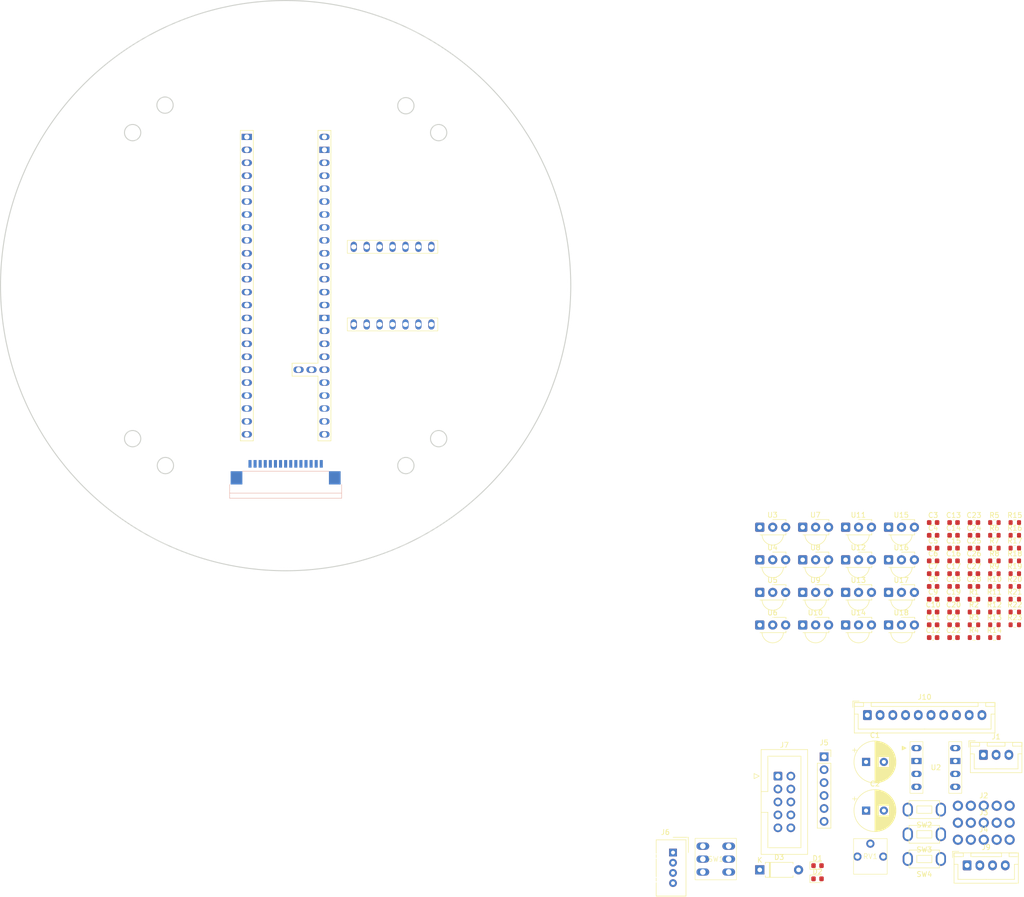
<source format=kicad_pcb>
(kicad_pcb (version 20240108) (generator "pcbnew") (generator_version "8.0")
  (layers (0 "F.Cu" signal) (31 "B.Cu" signal) (34 "B.Paste" user) (35 "F.Paste" user) (36 "B.SilkS" user "B.Silkscreen") (37 "F.SilkS" user "F.Silkscreen") (38 "B.Mask" user) (39 "F.Mask" user) (44 "Edge.Cuts" user))
  (net 0 "")
  (net 1 "GND")
  (net 2 "+5V")
  (net 3 "+3.3V")
  (net 4 "ball01")
  (net 5 "ball02")
  (net 6 "ball03")
  (net 7 "ball04")
  (net 8 "ball05")
  (net 9 "ball06")
  (net 10 "ball07")
  (net 11 "ball08")
  (net 12 "ball09")
  (net 13 "ball10")
  (net 14 "ball11")
  (net 15 "ball12")
  (net 16 "ball13")
  (net 17 "ball14")
  (net 18 "ball15")
  (net 19 "ball16")
  (net 20 "Net-(D1-A)")
  (net 21 "Net-(D2-A)")
  (net 22 "Net-(D3-K)")
  (net 23 "5.0V")
  (net 24 "3.3V")
  (net 25 "NeoPixel_PWM")
  (net 26 "Cam_G0")
  (net 27 "Cam-RX")
  (net 28 "Cam-TX")
  (net 29 "Cam_EN")
  (net 31 "MISO")
  (net 32 "MOSI")
  (net 35 "SS")
  (net 36 "SCK")
  (net 38 "EN-3")
  (net 39 "PH-1")
  (net 40 "EN-2")
  (net 41 "KickerSignal")
  (net 42 "Line-TX")
  (net 43 "EN-4")
  (net 44 "PH-3")
  (net 45 "ball01k")
  (net 46 "PH-2")
  (net 47 "PH-4")
  (net 48 "ball02k")
  (net 49 "Line-RX")
  (net 50 "EN-1")
  (net 51 "PH-D")
  (net 52 "EN-D")
  (net 53 "SW-TAC-4")
  (net 54 "SW-TAC-3")
  (net 55 "SW-TOG")
  (net 56 "SDA")
  (net 57 "SCL")
  (net 58 "BUZZER")
  (net 59 "SW-TAC-1")
  (net 60 "SW-TAC-2")
  (net 61 "Net-(R3-Pad1)")
  (net 62 "Volume")
  (net 63 "Net-(U3-OUT)")
  (net 64 "Net-(U4-OUT)")
  (net 65 "Net-(U5-OUT)")
  (net 66 "Net-(U6-OUT)")
  (net 67 "Net-(U7-OUT)")
  (net 68 "Net-(U8-OUT)")
  (net 69 "Net-(U9-OUT)")
  (net 70 "Net-(U10-OUT)")
  (net 71 "Net-(U11-OUT)")
  (net 72 "Net-(U12-OUT)")
  (net 73 "Net-(U13-OUT)")
  (net 74 "Net-(U14-OUT)")
  (net 75 "Net-(U15-OUT)")
  (net 76 "Net-(U16-OUT)")
  (net 77 "Net-(U17-OUT)")
  (net 78 "Net-(U18-OUT)")
  (net 79 "Main_RST")
  (net 80 "Main-RX7")
  (net 81 "Main-TX7")
  (footprint "Capacitor_SMD:C_0603_1608Metric" (layer "F.Cu") (at 127.1725 49.04)
    (property "Reference" "C4" (at 0 -1.43 0) (layer "F.SilkS"))
    (property "Value" "0.1uF")
    (pad "1" smd roundrect (at -0.775 0) (size 0.9 0.95) (layers "F.Cu" "F.Paste" "F.Mask") (net 3 "+3.3V"))
    (pad "2" smd roundrect (at 0.775 0) (size 0.9 0.95) (layers "F.Cu" "F.Paste" "F.Mask") (net 1 "GND"))
  )
  (footprint "Connector_JST:JST_XH_B4B-XH-A_1x04_P2.50mm_Vertical" (layer "F.Cu") (at 133.8425 113.86)
    (property "Reference" "J9" (at 3.75 -3.55 0) (layer "F.SilkS"))
    (property "Value" "Conn_Dribbler")
    (pad "1" thru_hole roundrect (at 0 0) (size 1.7 1.95) (drill 0.95) (layers "*.Cu" "*.Mask") (roundrect_rratio 0.147059) (net 51 "PH-D"))
    (pad "2" thru_hole oval (at 2.5 0) (size 1.7 1.95) (drill 0.95) (layers "*.Cu" "*.Mask") (net 52 "EN-D"))
    (pad "3" thru_hole oval (at 5 0) (size 1.7 1.95) (drill 0.95) (layers "*.Cu" "*.Mask") (net 3 "+3.3V"))
    (pad "4" thru_hole oval (at 7.5 0) (size 1.7 1.95) (drill 0.95) (layers "*.Cu" "*.Mask") (net 1 "GND"))
  )
  (footprint "@2024TOINIOT2-Main:TSSP4038" (layer "F.Cu") (at 95.6625 47.45)
    (property "Reference" "U3" (at -0.04 -2.4 180) (layer "F.SilkS"))
    (property "Value" "TSSP4038")
    (pad "1" thru_hole roundrect (at -2.54 0) (size 1.8 1.8) (drill 0.9) (layers "*.Cu" "*.Mask") (roundrect_rratio 0.139) (net 63 "Net-(U3-OUT)"))
    (pad "2" thru_hole circle (at 0 0) (size 1.8 1.8) (drill 0.9) (layers "*.Cu" "*.Mask") (net 1 "GND"))
    (pad "3" thru_hole circle (at 2.54 0) (size 1.8 1.8) (drill 0.9) (layers "*.Cu" "*.Mask") (net 3 "+3.3V"))
  )
  (footprint "@2024TOINIOT2-Main:TSSP4038" (layer "F.Cu") (at 112.5225 47.45)
    (property "Reference" "U11" (at -0.04 -2.4 180) (layer "F.SilkS"))
    (property "Value" "TSSP4038")
    (pad "1" thru_hole roundrect (at -2.54 0) (size 1.8 1.8) (drill 0.9) (layers "*.Cu" "*.Mask") (roundrect_rratio 0.139) (net 71 "Net-(U11-OUT)"))
    (pad "2" thru_hole circle (at 0 0) (size 1.8 1.8) (drill 0.9) (layers "*.Cu" "*.Mask") (net 1 "GND"))
    (pad "3" thru_hole circle (at 2.54 0) (size 1.8 1.8) (drill 0.9) (layers "*.Cu" "*.Mask") (net 3 "+3.3V"))
  )
  (footprint "Capacitor_SMD:C_0603_1608Metric" (layer "F.Cu") (at 127.1725 56.57)
    (property "Reference" "C7" (at 0 -1.43 0) (layer "F.SilkS"))
    (property "Value" "0.1uF")
    (pad "1" smd roundrect (at -0.775 0) (size 0.9 0.95) (layers "F.Cu" "F.Paste" "F.Mask") (net 2 "+5V"))
    (pad "2" smd roundrect (at 0.775 0) (size 0.9 0.95) (layers "F.Cu" "F.Paste" "F.Mask") (net 1 "GND"))
  )
  (footprint "Connector_PinSocket_2.54mm:PinSocket_1x06_P2.54mm_Vertical" (layer "F.Cu") (at 105.7525 92.53)
    (property "Reference" "J5" (at 0 -2.77 0) (layer "F.SilkS"))
    (property "Value" "CamS3-6")
    (pad "1" thru_hole rect (at 0 0) (size 1.7 1.7) (drill 1) (layers "*.Cu" "*.Mask") (net 2 "+5V"))
    (pad "2" thru_hole oval (at 0 2.54) (size 1.7 1.7) (drill 1) (layers "*.Cu" "*.Mask") (net 28 "Cam-TX"))
    (pad "3" thru_hole oval (at 0 5.08) (size 1.7 1.7) (drill 1) (layers "*.Cu" "*.Mask") (net 27 "Cam-RX"))
    (pad "4" thru_hole oval (at 0 7.62) (size 1.7 1.7) (drill 1) (layers "*.Cu" "*.Mask") (net 29 "Cam_EN"))
    (pad "5" thru_hole oval (at 0 10.16) (size 1.7 1.7) (drill 1) (layers "*.Cu" "*.Mask") (net 26 "Cam_G0"))
    (pad "6" thru_hole oval (at 0 12.7) (size 1.7 1.7) (drill 1) (layers "*.Cu" "*.Mask") (net 1 "GND"))
  )
  (footprint "@2024TOINIOT2-Main:TSSP4038" (layer "F.Cu") (at 112.5225 60.25)
    (property "Reference" "U13" (at -0.04 -2.4 180) (layer "F.SilkS"))
    (property "Value" "TSSP4038")
    (pad "1" thru_hole roundrect (at -2.54 0) (size 1.8 1.8) (drill 0.9) (layers "*.Cu" "*.Mask") (roundrect_rratio 0.139) (net 73 "Net-(U13-OUT)"))
    (pad "2" thru_hole circle (at 0 0) (size 1.8 1.8) (drill 0.9) (layers "*.Cu" "*.Mask") (net 1 "GND"))
    (pad "3" thru_hole circle (at 2.54 0) (size 1.8 1.8) (drill 0.9) (layers "*.Cu" "*.Mask") (net 3 "+3.3V"))
  )
  (footprint "Resistor_SMD:R_0603_1608Metric" (layer "F.Cu") (at 139.2025 49.04)
    (property "Reference" "R6" (at 0 -1.43 0) (layer "F.SilkS"))
    (property "Value" "39K")
    (pad "1" smd roundrect (at -0.825 0) (size 0.8 0.95) (layers "F.Cu" "F.Paste" "F.Mask") (net 63 "Net-(U3-OUT)"))
    (pad "2" smd roundrect (at 0.825 0) (size 0.8 0.95) (layers "F.Cu" "F.Paste" "F.Mask") (net 4 "ball01"))
  )
  (footprint "@2024TOINIOT2-Main:Connector" (layer "F.Cu") (at 137.1155 102.153)
    (property "Reference" "J2" (at 0 -2 0) (layer "F.SilkS"))
    (property "Value" "Conn_NeoPixel" (hide yes))
    (pad "1" thru_hole circle (at -5.08 0) (size 2 2) (drill 1.2) (layers "*.Cu" "*.Mask") (net 2 "+5V"))
    (pad "2" thru_hole circle (at -2.54 0) (size 2 2) (drill 1.2) (layers "*.Cu" "*.Mask") (net 2 "+5V"))
    (pad "3" thru_hole circle (at 0 0) (size 2 2) (drill 1.2) (layers "*.Cu" "*.Mask") (net 25 "NeoPixel_PWM"))
    (pad "4" thru_hole circle (at 2.54 0) (size 2 2) (drill 1.2) (layers "*.Cu" "*.Mask") (net 1 "GND"))
    (pad "5" thru_hole circle (at 5.08 0) (size 2 2) (drill 1.2) (layers "*.Cu" "*.Mask") (net 1 "GND"))
  )
  (footprint "Resistor_SMD:R_0603_1608Metric" (layer "F.Cu") (at 143.2125 51.55)
    (property "Reference" "R17" (at 0 -1.43 0) (layer "F.SilkS"))
    (property "Value" "39K")
    (pad "1" smd roundrect (at -0.825 0) (size 0.8 0.95) (layers "F.Cu" "F.Paste" "F.Mask") (net 72 "Net-(U12-OUT)"))
    (pad "2" smd roundrect (at 0.825 0) (size 0.8 0.95) (layers "F.Cu" "F.Paste" "F.Mask") (net 13 "ball10"))
  )
  (footprint "Capacitor_SMD:C_0603_1608Metric" (layer "F.Cu") (at 135.1925 49.04)
    (property "Reference" "C24" (at 0 -1.43 0) (layer "F.SilkS"))
    (property "Value" "0.33uF")
    (pad "1" smd roundrect (at -0.775 0) (size 0.9 0.95) (layers "F.Cu" "F.Paste" "F.Mask") (net 15 "ball12"))
    (pad "2" smd roundrect (at 0.775 0) (size 0.9 0.95) (layers "F.Cu" "F.Paste" "F.Mask") (net 1 "GND"))
  )
  (footprint "@2024TOINIOT2-Main:TSSP4038" (layer "F.Cu") (at 104.0925 60.25)
    (property "Reference" "U9" (at -0.04 -2.4 180) (layer "F.SilkS"))
    (property "Value" "TSSP4038")
    (pad "1" thru_hole roundrect (at -2.54 0) (size 1.8 1.8) (drill 0.9) (layers "*.Cu" "*.Mask") (roundrect_rratio 0.139) (net 69 "Net-(U9-OUT)"))
    (pad "2" thru_hole circle (at 0 0) (size 1.8 1.8) (drill 0.9) (layers "*.Cu" "*.Mask") (net 1 "GND"))
    (pad "3" thru_hole circle (at 2.54 0) (size 1.8 1.8) (drill 0.9) (layers "*.Cu" "*.Mask") (net 3 "+3.3V"))
  )
  (footprint "Resistor_SMD:R_0603_1608Metric" (layer "F.Cu") (at 139.2025 69.12)
    (property "Reference" "R14" (at 0 -1.43 0) (layer "F.SilkS"))
    (property "Value" "10K")
    (pad "1" smd roundrect (at -0.825 0) (size 0.8 0.95) (layers "F.Cu" "F.Paste" "F.Mask") (net 3 "+3.3V"))
    (pad "2" smd roundrect (at 0.825 0) (size 0.8 0.95) (layers "F.Cu" "F.Paste" "F.Mask") (net 29 "Cam_EN"))
  )
  (footprint "Capacitor_THT:CP_Radial_D8.0mm_P3.50mm" (layer "F.Cu") (at 113.997198 103.1)
    (property "Reference" "C2" (at 1.75 -5.25 0) (layer "F.SilkS"))
    (property "Value" "470uF")
    (pad "1" thru_hole rect (at 0 0) (size 1.6 1.6) (drill 0.8) (layers "*.Cu" "*.Mask") (net 3 "+3.3V"))
    (pad "2" thru_hole circle (at 3.5 0) (size 1.6 1.6) (drill 0.8) (layers "*.Cu" "*.Mask") (net 1 "GND"))
  )
  (footprint "Capacitor_SMD:C_0603_1608Metric" (layer "F.Cu") (at 127.1725 54.06)
    (property "Reference" "C6" (at 0 -1.43 0) (layer "F.SilkS"))
    (property "Value" "0.1uF")
    (pad "1" smd roundrect (at -0.775 0) (size 0.9 0.95) (layers "F.Cu" "F.Paste" "F.Mask") (net 3 "+3.3V"))
    (pad "2" smd roundrect (at 0.775 0) (size 0.9 0.95) (layers "F.Cu" "F.Paste" "F.Mask") (net 1 "GND"))
  )
  (footprint "Diode_THT:D_A-405_P7.62mm_Horizontal" (layer "F.Cu") (at 93.1225 114.74)
    (property "Reference" "D3" (at 3.81 -2.47 0) (layer "F.SilkS"))
    (property "Value" "D_Small")
    (fp_text user "K" (at 0 -1.9 0) (layer "F.SilkS"))
    (pad "1" thru_hole rect (at 0 0) (size 1.8 1.8) (drill 0.9) (layers "*.Cu" "*.Mask") (net 22 "Net-(D3-K)"))
    (pad "2" thru_hole oval (at 7.62 0) (size 1.8 1.8) (drill 0.9) (layers "*.Cu" "*.Mask") (net 2 "+5V"))
  )
  (footprint "Capacitor_SMD:C_0603_1608Metric" (layer "F.Cu") (at 127.1725 51.55)
    (property "Reference" "C5" (at 0 -1.43 0) (layer "F.SilkS"))
    (property "Value" "0.1uF")
    (pad "1" smd roundrect (at -0.775 0) (size 0.9 0.95) (layers "F.Cu" "F.Paste" "F.Mask") (net 2 "+5V"))
    (pad "2" smd roundrect (at 0.775 0) (size 0.9 0.95) (layers "F.Cu" "F.Paste" "F.Mask") (net 1 "GND"))
  )
  (footprint "Capacitor_SMD:C_0603_1608Metric" (layer "F.Cu") (at 135.1925 46.53)
    (property "Reference" "C23" (at 0 -1.43 0) (layer "F.SilkS"))
    (property "Value" "0.33uF")
    (pad "1" smd roundrect (at -0.775 0) (size 0.9 0.95) (layers "F.Cu" "F.Paste" "F.Mask") (net 14 "ball11"))
    (pad "2" smd roundrect (at 0.775 0) (size 0.9 0.95) (layers "F.Cu" "F.Paste" "F.Mask") (net 1 "GND"))
  )
  (footprint "Capacitor_SMD:C_0603_1608Metric" (layer "F.Cu") (at 127.1725 46.53)
    (property "Reference" "C3" (at 0 -1.43 0) (layer "F.SilkS"))
    (property "Value" "0.1uF")
    (pad "1" smd roundrect (at -0.775 0) (size 0.9 0.95) (layers "F.Cu" "F.Paste" "F.Mask") (net 2 "+5V"))
    (pad "2" smd roundrect (at 0.775 0) (size 0.9 0.95) (layers "F.Cu" "F.Paste" "F.Mask") (net 1 "GND"))
  )
  (footprint "Resistor_SMD:R_0603_1608Metric" (layer "F.Cu") (at 135.1925 61.59)
    (property "Reference" "R1" (at 0 -1.43 0) (layer "F.SilkS"))
    (property "Value" "1K")
    (pad "1" smd roundrect (at -0.825 0) (size 0.8 0.95) (layers "F.Cu" "F.Paste" "F.Mask") (net 3 "+3.3V"))
    (pad "2" smd roundrect (at 0.825 0) (size 0.8 0.95) (layers "F.Cu" "F.Paste" "F.Mask") (net 56 "SDA"))
  )
  (footprint "Capacitor_SMD:C_0603_1608Metric" (layer "F.Cu") (at 131.1825 69.12)
    (property "Reference" "C22" (at 0 -1.43 0) (layer "F.SilkS"))
    (property "Value" "0.33uF")
    (pad "1" smd roundrect (at -0.775 0) (size 0.9 0.95) (layers "F.Cu" "F.Paste" "F.Mask") (net 13 "ball10"))
    (pad "2" smd roundrect (at 0.775 0) (size 0.9 0.95) (layers "F.Cu" "F.Paste" "F.Mask") (net 1 "GND"))
  )
  (footprint "Resistor_SMD:R_0603_1608Metric" (layer "F.Cu") (at 143.2125 66.61)
    (property "Reference" "R23" (at 0 -1.43 0) (layer "F.SilkS"))
    (property "Value" "39K")
    (pad "1" smd roundrect (at -0.825 0) (size 0.8 0.95) (layers "F.Cu" "F.Paste" "F.Mask") (net 78 "Net-(U18-OUT)"))
    (pad "2" smd roundrect (at 0.825 0) (size 0.8 0.95) (layers "F.Cu" "F.Paste" "F.Mask") (net 19 "ball16"))
  )
  (footprint "Resistor_SMD:R_0603_1608Metric" (layer "F.Cu") (at 139.2025 51.55)
    (property "Reference" "R7" (at 0 -1.43 0) (layer "F.SilkS"))
    (property "Value" "39K")
    (pad "1" smd roundrect (at -0.825 0) (size 0.8 0.95) (layers "F.Cu" "F.Paste" "F.Mask") (net 64 "Net-(U4-OUT)"))
    (pad "2" smd roundrect (at 0.825 0) (size 0.8 0.95) (layers "F.Cu" "F.Paste" "F.Mask") (net 5 "ball02"))
  )
  (footprint "Capacitor_SMD:C_0603_1608Metric" (layer "F.Cu") (at 127.1725 61.59)
    (property "Reference" "C9" (at 0 -1.43 0) (layer "F.SilkS"))
    (property "Value" "0.1uF")
    (pad "1" smd roundrect (at -0.775 0) (size 0.9 0.95) (layers "F.Cu" "F.Paste" "F.Mask") (net 2 "+5V"))
    (pad "2" smd roundrect (at 0.775 0) (size 0.9 0.95) (layers "F.Cu" "F.Paste" "F.Mask") (net 1 "GND"))
  )
  (footprint "Resistor_SMD:R_0603_1608Metric" (layer "F.Cu") (at 143.2125 59.08)
    (property "Reference" "R20" (at 0 -1.43 0) (layer "F.SilkS"))
    (property "Value" "39K")
    (pad "1" smd roundrect (at -0.825 0) (size 0.8 0.95) (layers "F.Cu" "F.Paste" "F.Mask") (net 75 "Net-(U15-OUT)"))
    (pad "2" smd roundrect (at 0.825 0) (size 0.8 0.95) (layers "F.Cu" "F.Paste" "F.Mask") (net 16 "ball13"))
  )
  (footprint "@2024TOINIOT2-Main:Connector" (layer "F.Cu") (at 137.1155 108.825)
    (property "Reference" "J4" (at 0 -2 0) (layer "F.SilkS"))
    (property "Value" "Conn_NeoPixel" (hide yes))
    (pad "1" thru_hole circle (at -5.08 0) (size 2 2) (drill 1.2) (layers "*.Cu" "*.Mask") (net 2 "+5V"))
    (pad "2" thru_hole circle (at -2.54 0) (size 2 2) (drill 1.2) (layers "*.Cu" "*.Mask") (net 2 "+5V"))
    (pad "3" thru_hole circle (at 0 0) (size 2 2) (drill 1.2) (layers "*.Cu" "*.Mask") (net 1 "GND"))
    (pad "4" thru_hole circle (at 2.54 0) (size 2 2) (drill 1.2) (layers "*.Cu" "*.Mask") (net 1 "GND"))
    (pad "5" thru_hole circle (at 5.08 0) (size 2 2) (drill 1.2) (layers "*.Cu" "*.Mask") (net 1 "GND"))
  )
  (footprint "Connector_IDC:IDC-Header_2x05_P2.54mm_Vertical" (layer "F.Cu") (at 96.6875 96.33)
    (property "Reference" "J7" (at 1.27 -6.1 0) (layer "F.SilkS"))
    (property "Value" "Pixy 2.1")
    (pad "1" thru_hole roundrect (at 0 0) (size 1.7 1.7) (drill 1) (layers "*.Cu" "*.Mask") (roundrect_rratio 0.147059) (net 31 "MISO"))
    (pad "2" thru_hole circle (at 2.54 0) (size 1.7 1.7) (drill 1) (layers "*.Cu" "*.Mask") (net 2 "+5V"))
    (pad "3" thru_hole circle (at 0 2.54) (size 1.7 1.7) (drill 1) (layers "*.Cu" "*.Mask") (net 36 "SCK"))
    (pad "4" thru_hole circle (at 2.54 2.54) (size 1.7 1.7) (drill 1) (layers "*.Cu" "*.Mask") (net 32 "MOSI"))
    (pad "5" thru_hole circle (at 0 5.08) (size 1.7 1.7) (drill 1) (layers "*.Cu" "*.Mask"))
    (pad "6" thru_hole circle (at 2.54 5.08) (size 1.7 1.7) (drill 1) (layers "*.Cu" "*.Mask") (net 1 "GND"))
    (pad "7" thru_hole circle (at 0 7.62) (size 1.7 1.7) (drill 1) (layers "*.Cu" "*.Mask") (net 35 "SS"))
    (pad "8" thru_hole circle (at 2.54 7.62) (size 1.7 1.7) (drill 1) (layers "*.Cu" "*.Mask"))
    (pad "9" thru_hole circle (at 0 10.16) (size 1.7 1.7) (drill 1) (layers "*.Cu" "*.Mask"))
    (pad "10" thru_hole circle (at 2.54 10.16) (size 1.7 1.7) (drill 1) (layers "*.Cu" "*.Mask"))
  )
  (footprint "@2024TOINIOT2-Main:TSSP4038" (layer "F.Cu") (at 112.5225 66.65)
    (property "Reference" "U14" (at -0.04 -2.4 180) (layer "F.SilkS"))
    (property "Value" "TSSP4038")
    (pad "1" thru_hole roundrect (at -2.54 0) (size 1.8 1.8) (drill 0.9) (layers "*.Cu" "*.Mask") (roundrect_rratio 0.139) (net 74 "Net-(U14-OUT)"))
    (pad "2" thru_hole circle (at 0 0) (size 1.8 1.8) (drill 0.9) (layers "*.Cu" "*.Mask") (net 1 "GND"))
    (pad "3" thru_hole circle (at 2.54 0) (size 1.8 1.8) (drill 0.9) (layers "*.Cu" "*.Mask") (net 3 "+3.3V"))
  )
  (footprint "Connector_JST:JST_XH_B10B-XH-A_1x10_P2.50mm_Vertical" (layer "F.Cu") (at 114.2525 84.35)
    (property "Reference" "J10" (at 11.25 -3.55 0) (layer "F.SilkS"))
    (property "Value" "Conn_UI")
    (pad "1" thru_hole roundrect (at 0 0) (size 1.7 1.95) (drill 0.95) (layers "*.Cu" "*.Mask") (roundrect_rratio 0.147059) (net 3 "+3.3V"))
    (pad "2" thru_hole oval (at 2.5 0) (size 1.7 1.95) (drill 0.95) (layers "*.Cu" "*.Mask") (net 1 "GND"))
    (pad "3" thru_hole oval (at 5 0) (size 1.7 1.95) (drill 0.95) (layers "*.Cu" "*.Mask") (net 55 "SW-TOG"))
    (pad "4" thru_hole oval (at 7.5 0) (size 1.7 1.95) (drill 0.95) (layers "*.Cu" "*.Mask") (net 59 "SW-TAC-1"))
    (pad "5" thru_hole oval (at 10 0) (size 1.7 1.95) (drill 0.95) (layers "*.Cu" "*.Mask") (net 60 "SW-TAC-2"))
    (pad "6" thru_hole oval (at 12.5 0) (size 1.7 1.95) (drill 0.95) (layers "*.Cu" "*.Mask") (net 54 "SW-TAC-3"))
    (pad "7" thru_hole oval (at 15 0) (size 1.7 1.95) (drill 0.95) (layers "*.Cu" "*.Mask") (net 53 "SW-TAC-4"))
    (pad "8" thru_hole oval (at 17.5 0) (size 1.7 1.95) (drill 0.95) (layers "*.Cu" "*.Mask") (net 56 "SDA"))
    (pad "9" thru_hole oval (at 20 0) (size 1.7 1.95) (drill 0.95) (layers "*.Cu" "*.Mask") (net 57 "SCL"))
    (pad "10" thru_hole oval (at 22.5 0) (size 1.7 1.95) (drill 0.95) (layers "*.Cu" "*.Mask") (net 58 "BUZZER"))
  )
  (footprint "Capacitor_SMD:C_0603_1608Metric" (layer "F.Cu") (at 131.1825 61.59)
    (property "Reference" "C19" (at 0 -1.43 0) (layer "F.SilkS"))
    (property "Value" "0.33uF")
    (pad "1" smd roundrect (at -0.775 0) (size 0.9 0.95) (layers "F.Cu" "F.Paste" "F.Mask") (net 10 "ball07"))
    (pad "2" smd roundrect (at 0.775 0) (size 0.9 0.95) (layers "F.Cu" "F.Paste" "F.Mask") (net 1 "GND"))
  )
  (footprint "Resistor_SMD:R_0603_1608Metric" (layer "F.Cu") (at 143.2125 54.06)
    (property "Reference" "R18" (at 0 -1.43 0) (layer "F.SilkS"))
    (property "Value" "39K")
    (pad "1" smd roundrect (at -0.825 0) (size 0.8 0.95) (layers "F.Cu" "F.Paste" "F.Mask") (net 73 "Net-(U13-OUT)"))
    (pad "2" smd roundrect (at 0.825 0) (size 0.8 0.95) (layers "F.Cu" "F.Paste" "F.Mask") (net 14 "ball11"))
  )
  (footprint "@2024TOINIOT2-Main:3362P" (layer "F.Cu") (at 114.8425 112.14)
    (property "Reference" "RV1" (at 0 -0.035 0) (layer "F.SilkS") (effects (font (thickness 0.1))))
    (property "Value" "10K" (hide yes))
    (pad "1" thru_hole circle (at -2.54 0) (size 1.6 1.6) (drill 0.9) (layers "*.Cu" "*.Mask") (net 3 "+3.3V"))
    (pad "2" thru_hole circle (at 0 -2.54) (size 1.6 1.6) (drill 0.9) (layers "*.Cu" "*.Mask") (net 61 "Net-(R3-Pad1)"))
    (pad "3" thru_hole circle (at 2.54 0) (size 1.6 1.6) (drill 0.9) (layers "*.Cu" "*.Mask") (net 1 "GND"))
  )
  (footprint "@2024TOINIOT2-Main:TSSP4038" (layer "F.Cu") (at 104.0925 53.85)
    (property "Reference" "U8" (at -0.04 -2.4 180) (layer "F.SilkS"))
    (property "Value" "TSSP4038")
    (pad "1" thru_hole roundrect (at -2.54 0) (size 1.8 1.8) (drill 0.9) (layers "*.Cu" "*.Mask") (roundrect_rratio 0.139) (net 68 "Net-(U8-OUT)"))
    (pad "2" thru_hole circle (at 0 0) (size 1.8 1.8) (drill 0.9) (layers "*.Cu" "*.Mask") (net 1 "GND"))
    (pad "3" thru_hole circle (at 2.54 0) (size 1.8 1.8) (drill 0.9) (layers "*.Cu" "*.Mask") (net 3 "+3.3V"))
  )
  (footprint "@2024TOINIOT2-Main:TSSP4038" (layer "F.Cu") (at 120.9525 47.45)
    (property "Reference" "U15" (at -0.04 -2.4 180) (layer "F.SilkS"))
    (property "Value" "TSSP4038")
    (pad "1" thru_hole roundrect (at -2.54 0) (size 1.8 1.8) (drill 0.9) (layers "*.Cu" "*.Mask") (roundrect_rratio 0.139) (net 75 "Net-(U15-OUT)"))
    (pad "2" thru_hole circle (at 0 0) (size 1.8 1.8) (drill 0.9) (layers "*.Cu" "*.Mask") (net 1 "GND"))
    (pad "3" thru_hole circle (at 2.54 0) (size 1.8 1.8) (drill 0.9) (layers "*.Cu" "*.Mask") (net 3 "+3.3V"))
  )
  (footprint "Resistor_SMD:R_0603_1608Metric" (layer "F.Cu") (at 143.2125 56.57)
    (property "Reference" "R19" (at 0 -1.43 0) (layer "F.SilkS"))
    (property "Value" "39K")
    (pad "1" smd roundrect (at -0.825 0) (size 0.8 0.95) (layers "F.Cu" "F.Paste" "F.Mask") (net 74 "Net-(U14-OUT)"))
    (pad "2" smd roundrect (at 0.825 0) (size 0.8 0.95) (layers "F.Cu" "F.Paste" "F.Mask") (net 15 "ball12"))
  )
  (footprint "Capacitor_SMD:C_0603_1608Metric" (layer "F.Cu") (at 131.1825 54.06)
    (property "Reference" "C16" (at 0 -1.43 0) (layer "F.SilkS"))
    (property "Value" "0.33uF")
    (pad "1" smd roundrect (at -0.775 0) (size 0.9 0.95) (layers "F.Cu" "F.Paste" "F.Mask") (net 7 "ball04"))
    (pad "2" smd roundrect (at 0.775 0) (size 0.9 0.95) (layers "F.Cu" "F.Paste" "F.Mask") (net 1 "GND"))
  )
  (footprint "Capacitor_SMD:C_0603_1608Metric" (layer "F.Cu") (at 135.1925 51.55)
    (property "Reference" "C25" (at 0 -1.43 0) (layer "F.SilkS"))
    (property "Value" "0.33uF")
    (pad "1" smd roundrect (at -0.775 0) (size 0.9 0.95) (layers "F.Cu" "F.Paste" "F.Mask") (net 16 "ball13"))
    (pad "2" smd roundrect (at 0.775 0) (size 0.9 0.95) (layers "F.Cu" "F.Paste" "F.Mask") (net 1 "GND"))
  )
  (footprint "Resistor_SMD:R_0603_1608Metric" (layer "F.Cu") (at 139.2025 54.06)
    (property "Reference" "R8" (at 0 -1.43 0) (layer "F.SilkS"))
    (property "Value" "39K")
    (pad "1" smd roundrect (at -0.825 0) (size 0.8 0.95) (layers "F.Cu" "F.Paste" "F.Mask") (net 65 "Net-(U5-OUT)"))
    (pad "2" smd roundrect (at 0.825 0) (size 0.8 0.95) (layers "F.Cu" "F.Paste" "F.Mask") (net 6 "ball03"))
  )
  (footprint "@2024TOINIOT2-Main:TSSP4038" (layer "F.Cu") (at 95.6625 53.85)
    (property "Reference" "U4" (at -0.04 -2.4 180) (layer "F.SilkS"))
    (property "Value" "TSSP4038")
    (pad "1" thru_hole roundrect (at -2.54 0) (size 1.8 1.8) (drill 0.9) (layers "*.Cu" "*.Mask") (roundrect_rratio 0.139) (net 64 "Net-(U4-OUT)"))
    (pad "2" thru_hole circle (at 0 0) (size 1.8 1.8) (drill 0.9) (layers "*.Cu" "*.Mask") (net 1 "GND"))
    (pad "3" thru_hole circle (at 2.54 0) (size 1.8 1.8) (drill 0.9) (layers "*.Cu" "*.Mask") (net 3 "+3.3V"))
  )
  (footprint "Capacitor_SMD:C_0603_1608Metric" (layer "F.Cu") (at 135.1925 56.57)
    (property "Reference" "C27" (at 0 -1.43 0) (layer "F.SilkS"))
    (property "Value" "0.33uF")
    (pad "1" smd roundrect (at -0.775 0) (size 0.9 0.95) (layers "F.Cu" "F.Paste" "F.Mask") (net 18 "ball15"))
    (pad "2" smd roundrect (at 0.775 0) (size 0.9 0.95) (layers "F.Cu" "F.Paste" "F.Mask") (net 1 "GND"))
  )
  (footprint "@2024TOINIOT2-Main:TVBP06-B043C" (layer "F.Cu") (at 125.4425 102.91)
    (property "Reference" "SW2" (at 0 3 0) (layer "F.SilkS"))
    (property "Value" "Main_RST")
    (pad "1" thru_hole oval (at -3.25 0) (size 2 2.7) (drill oval 1.3 2) (layers "*.Cu" "*.Mask") (net 1 "GND"))
    (pad "2" thru_hole oval (at 3.25 0) (size 2 2.7) (drill oval 1.3 2) (layers "*.Cu" "*.Mask") (net 79 "Main_RST"))
  )
  (footprint "Capacitor_SMD:C_0603_1608Metric" (layer "F.Cu") (at 131.1825 64.1)
    (property "Reference" "C20" (at 0 -1.43 0) (layer "F.SilkS"))
    (property "Value" "0.33uF")
    (pad "1" smd roundrect (at -0.775 0) (size 0.9 0.95) (layers "F.Cu" "F.Paste" "F.Mask") (net 11 "ball08"))
    (pad "2" smd roundrect (at 0.775 0) (size 0.9 0.95) (layers "F.Cu" "F.Paste" "F.Mask") (net 1 "GND"))
  )
  (footprint "Resistor_SMD:R_0603_1608Metric" (layer "F.Cu") (at 135.1925 69.12)
    (property "Reference" "R4" (at 0 -1.43 0) (layer "F.SilkS"))
    (property "Value" "330")
    (pad "1" smd roundrect (at -0.825 0) (size 0.8 0.95) (layers "F.Cu" "F.Paste" "F.Mask") (net 2 "+5V"))
    (pad "2" smd roundrect (at 0.825 0) (size 0.8 0.95) (layers "F.Cu" "F.Paste" "F.Mask") (net 20 "Net-(D1-A)"))
  )
  (footprint "@2024TOINIOT2-Main:TSSP4038" (layer "F.Cu") (at 120.9525 60.25)
    (property "Reference" "U17" (at -0.04 -2.4 180) (layer "F.SilkS"))
    (property "Value" "TSSP4038")
    (pad "1" thru_hole roundrect (at -2.54 0) (size 1.8 1.8) (drill 0.9) (layers "*.Cu" "*.Mask") (roundrect_rratio 0.139) (net 77 "Net-(U17-OUT)"))
    (pad "2" thru_hole circle (at 0 0) (size 1.8 1.8) (drill 0.9) (layers "*.Cu" "*.Mask") (net 1 "GND"))
    (pad "3" thru_hole circle (at 2.54 0) (size 1.8 1.8) (drill 0.9) (layers "*.Cu" "*.Mask") (net 3 "+3.3V"))
  )
  (footprint "LED_SMD:LED_0603_1608Metric" (layer "F.Cu") (at 104.4625 116.5)
    (property "Reference" "D2" (at 0 -1.43 0) (layer "F.SilkS"))
    (property "Value" "PWR-3.3")
    (pad "1" smd roundrect (at -0.7875 0) (size 0.875 0.95) (layers "F.Cu" "F.Paste" "F.Mask") (net 1 "GND"))
    (pad "2" smd roundrect (at 0.7875 0) (size 0.875 0.95) (layers "F.Cu" "F.Paste" "F.Mask") (net 21 "Net-(D2-A)"))
  )
  (footprint "Connector:NS-Tech_Grove_1x04_P2mm_Vertical" (layer "F.Cu") (at 76.0825 111.345)
    (property "Reference" "J6" (at -1.5 -4 0) (layer "F.SilkS"))
    (property "Value" "CamS3-4")
    (pad "1" thru_hole rect (at 0 0) (size 1.524 1.524) (drill 0.762) (layers "*.Cu" "*.Mask") (net 28 "Cam-TX"))
    (pad "2" thru_hole circle (at 0 2) (size 1.524 1.524) (drill 0.762) (layers "*.Cu" "*.Mask") (net 27 "Cam-RX"))
    (pad "3" thru_hole circle (at 0 4) (size 1.524 1.524) (drill 0.762) (layers "*.Cu" "*.Mask") (net 2 "+5V"))
    (pad "4" thru_hole circle (at 0 6) (size 1.524 1.524) (drill 0.762) (layers "*.Cu" "*.Mask") (net 1 "GND"))
  )
  (footprint "Resistor_SMD:R_0603_1608Metric" (layer "F.Cu") (at 139.2025 46.53)
    (property "Reference" "R5" (at 0 -1.43 0) (layer "F.SilkS"))
    (property "Value" "330")
    (pad "1" smd roundrect (at -0.825 0) (size 0.8 0.95) (layers "F.Cu" "F.Paste" "F.Mask") (net 3 "+3.3V"))
    (pad "2" smd roundrect (at 0.825 0) (size 0.8 0.95) (layers "F.Cu" "F.Paste" "F.Mask") (net 21 "Net-(D2-A)"))
  )
  (footprint "Capacitor_SMD:C_0603_1608Metric" (layer "F.Cu") (at 131.1825 51.55)
    (property "Reference" "C15" (at 0 -1.43 0) (layer "F.SilkS"))
    (property "Value" "0.33uF")
    (pad "1" smd roundrect (at -0.775 0) (size 0.9 0.95) (layers "F.Cu" "F.Paste" "F.Mask") (net 6 "ball03"))
    (pad "2" smd roundrect (at 0.775 0) (size 0.9 0.95) (layers "F.Cu" "F.Paste" "F.Mask") (net 1 "GND"))
  )
  (footprint "@2024TOINIOT2-Main:Connector" (layer "F.Cu") (at 137.1155 105.489)
    (property "Reference" "J3" (at 0 -2 0) (layer "F.SilkS"))
    (property "Value" "Conn_NeoPixel" (hide yes))
    (pad "1" thru_hole circle (at -5.08 0) (size 2 2) (drill 1.2) (layers "*.Cu" "*.Mask") (net 2 "+5V"))
    (pad "2" thru_hole circle (at -2.54 0) (size 2 2) (drill 1.2) (layers "*.Cu" "*.Mask") (net 2 "+5V"))
    (pad "3" thru_hole circle (at 0 0) (size 2 2) (drill 1.2) (layers "*.Cu" "*.Mask") (net 1 "GND"))
    (pad "4" thru_hole circle (at 2.54 0) (size 2 2) (drill 1.2) (layers "*.Cu" "*.Mask") (net 1 "GND"))
    (pad "5" thru_hole circle (at 5.08 0) (size 2 2) (drill 1.2) (layers "*.Cu" "*.Mask") (net 1 "GND"))
  )
  (footprint "LED_SMD:LED_0603_1608Metric" (layer "F.Cu") (at 104.4625 113.91)
    (property "Reference" "D1" (at 0 -1.43 0) (layer "F.SilkS"))
    (property "Value" "PWR-5")
    (pad "1" smd roundrect (at -0.7875 0) (size 0.875 0.95) (layers "F.Cu" "F.Paste" "F.Mask") (net 1 "GND"))
    (pad "2" smd roundrect (at 0.7875 0) (size 0.875 0.95) (layers "F.Cu" "F.Paste" "F.Mask") (net 20 "Net-(D1-A)"))
  )
  (footprint "Capacitor_SMD:C_0603_1608Metric" (layer "F.Cu") (at 127.1725 59.08)
    (property "Reference" "C8" (at 0 -1.43 0) (layer "F.SilkS"))
    (property "Value" "0.1uF")
    (pad "1" smd roundrect (at -0.775 0) (size 0.9 0.95) (layers "F.Cu" "F.Paste" "F.Mask") (net 3 "+3.3V"))
    (pad "2" smd roundrect (at 0.775 0) (size 0.9 0.95) (layers "F.Cu" "F.Paste" "F.Mask") (net 1 "GND"))
  )
  (footprint "Capacitor_SMD:C_0603_1608Metric" (layer "F.Cu") (at 127.1725 64.1)
    (property "Reference" "C10" (at 0 -1.43 0) (layer "F.SilkS"))
    (property "Value" "0.1uF")
    (pad "1" smd roundrect (at -0.775 0) (size 0.9 0.95) (layers "F.Cu" "F.Paste" "F.Mask") (net 3 "+3.3V"))
    (pad "2" smd roundrect (at 0.775 0) (size 0.9 0.95) (layers "F.Cu" "F.Paste" "F.Mask") (net 1 "GND"))
  )
  (footprint "Resistor_SMD:R_0603_1608Metric" (layer "F.Cu") (at 139.2025 64.1)
    (property "Reference" "R12" (at 0 -1.43 0) (layer "F.SilkS"))
    (property "Value" "39K")
    (pad "1" smd roundrect (at -0.825 0) (size 0.8 0.95) (layers "F.Cu" "F.Paste" "F.Mask") (net 69 "Net-(U9-OUT)"))
    (pad "2" smd roundrect (at 0.825 0) (size 0.8 0.95) (layers "F.Cu" "F.Paste" "F.Mask") (net 10 "ball07"))
  )
  (footprint "Resistor_SMD:R_0603_1608Metric" (layer "F.Cu") (at 143.2125 46.53)
    (property "Reference" "R15" (at 0 -1.43 0) (layer "F.SilkS"))
    (property "Value" "10K")
    (pad "1" smd roundrect (at -0.825 0) (size 0.8 0.95) (layers "F.Cu" "F.Paste" "F.Mask") (net 3 "+3.3V"))
    (pad "2" smd roundrect (at 0.825 0) (size 0.8 0.95) (layers "F.Cu" "F.Paste" "F.Mask") (net 26 "Cam_G0"))
  )
  (footprint "Resistor_SMD:R_0603_1608Metric" (layer "F.Cu") (at 143.2125 49.04)
    (property "Reference" "R16" (at 0 -1.43 0) (layer "F.SilkS"))
    (property "Value" "39K")
    (pad "1" smd roundrect (at -0.825 0) (size 0.8 0.95) (layers "F.Cu" "F.Paste" "F.Mask") (net 71 "Net-(U11-OUT)"))
    (pad "2" smd roundrect (at 0.825 0) (size 0.8 0.95) (layers "F.Cu" "F.Paste" "F.Mask") (net 12 "ball09"))
  )
  (footprint "Resistor_SMD:R_0603_1608Metric" (layer "F.Cu") (at 139.2025 59.08)
    (property "Reference" "R10" (at 0 -1.43 0) (layer "F.SilkS"))
    (property "Value" "39K")
    (pad "1" smd roundrect (at -0.825 0) (size 0.8 0.95) (layers "F.Cu" "F.Paste" "F.Mask") (net 67 "Net-(U7-OUT)"))
    (pad "2" smd roundrect (at 0.825 0) (size 0.8 0.95) (layers "F.Cu" "F.Paste" "F.Mask") (net 8 "ball05"))
  )
  (footprint "Resistor_SMD:R_0603_1608Metric" (layer "F.Cu") (at 143.2125 61.59)
    (property "Reference" "R21" (at 0 -1.43 0) (layer "F.SilkS"))
    (property "Value" "39K")
    (pad "1" smd roundrect (at -0.825 0) (size 0.8 0.95) (layers "F.Cu" "F.Paste" "F.Mask") (net 76 "Net-(U16-OUT)"))
    (pad "2" smd roundrect (at 0.825 0) (size 0.8 0.95) (layers "F.Cu" "F.Paste" "F.Mask") (net 17 "ball14"))
  )
  (footprint "@2024TOINIOT2-Main:TSSP4038" (layer "F.Cu") (at 120.9525 53.85)
    (property "Reference" "U16" (at -0.04 -2.4 180) (layer "F.SilkS"))
    (property "Value" "TSSP4038")
    (pad "1" thru_hole roundrect (at -2.54 0) (size 1.8 1.8) (drill 0.9) (layers "*.Cu" "*.Mask") (roundrect_rratio 0.139) (net 76 "Net-(U16-OUT)"))
    (pad "2" thru_hole circle (at 0 0) (size 1.8 1.8) (drill 0.9) (layers "*.Cu" "*.Mask") (net 1 "GND"))
    (pad "3" thru_hole circle (at 2.54 0) (size 1.8 1.8) (drill 0.9) (layers "*.Cu" "*.Mask") (net 3 "+3.3V"))
  )
  (footprint "Connector_JST:JST_XH_B3B-XH-A_1x03_P2.50mm_Vertical" (layer "F.Cu") (at 137.0425 92.15)
    (property "Reference" "J1" (at 2.5 -3.55 0) (layer "F.SilkS"))
    (property "Value" "Conn_PWR")
    (pad "1" thru_hole roundrect (at 0 0) (size 1.7 1.95) (drill 0.95) (layers "*.Cu" "*.Mask") (roundrect_rratio 0.147059) (net 23 "5.0V"))
    (pad "2" thru_hole oval (at 2.5 0) (size 1.7 1.95) (drill 0.95) (layers "*.Cu" "*.Mask") (net 24 "3.3V"))
    (pad "3" thru_hole oval (at 5 0) (size 1.7 1.95) (drill 0.95) (layers "*.Cu" "*.Mask") (net 1 "GND"))
  )
  (footprint "@2024TOINIOT2-Main:TSSP4038" (layer "F.Cu") (at 95.6625 60.25)
    (property "Reference" "U5" (at -0.04 -2.4 180) (layer "F.SilkS"))
    (property "Value" "TSSP4038")
    (pad "1" thru_hole roundrect (at -2.54 0) (size 1.8 1.8) (drill 0.9) (layers "*.Cu" "*.Mask") (roundrect_rratio 0.139) (net 65 "Net-(U5-OUT)"))
    (pad "2" thru_hole circle (at 0 0) (size 1.8 1.8) (drill 0.9) (layers "*.Cu" "*.Mask") (net 1 "GND"))
    (pad "3" thru_hole circle (at 2.54 0) (size 1.8 1.8) (drill 0.9) (layers "*.Cu" "*.Mask") (net 3 "+3.3V"))
  )
  (footprint "Resistor_SMD:R_0603_1608Metric" (layer "F.Cu") (at 139.2025 61.59)
    (property "Reference" "R11" (at 0 -1.43 0) (layer "F.SilkS"))
    (property "Value" "39K")
    (pad "1" smd roundrect (at -0.825 0) (size 0.8 0.95) (layers "F.Cu" "F.Paste" "F.Mask") (net 68 "Net-(U8-OUT)"))
    (pad "2" smd roundrect (at 0.825 0) (size 0.8 0.95) (layers "F.Cu" "F.Paste" "F.Mask") (net 9 "ball06"))
  )
  (footprint "Capacitor_SMD:C_0603_1608Metric" (layer "F.Cu") (at 135.1925 59.08)
    (property "Reference" "C28" (at 0 -1.43 0) (layer "F.SilkS"))
    (property "Value" "0.33uF")
    (pad "1" smd roundrect (at -0.775 0) (size 0.9 0.95) (layers "F.Cu" "F.Paste" "F.Mask") (net 19 "ball16"))
    (pad "2" smd roundrect (at 0.775 0) (size 0.9 0.95) (layers "F.Cu" "F.Paste" "F.Mask") (net 1 "GND"))
  )
  (footprint "Capacitor_SMD:C_0603_1608Metric" (layer "F.Cu") (at 127.1725 66.61)
    (property "Reference" "C11" (at 0 -1.43 0) (layer "F.SilkS"))
    (property "Value" "0.1uF")
    (pad "1" smd roundrect (at -0.775 0) (size 0.9 0.95) (layers "F.Cu" "F.Paste" "F.Mask") (net 2 "+5V"))
    (pad "2" smd roundrect (at 0.775 0) (size 0.9 0.95) (layers "F.Cu" "F.Paste" "F.Mask") (net 1 "GND"))
  )
  (footprint "Capacitor_SMD:C_0603_1608Metric" (layer "F.Cu") (at 131.1825 66.61)
    (property "Reference" "C21" (at 0 -1.43 0) (layer "F.SilkS"))
    (property "Value" "0.33uF")
    (pad "1" smd roundrect (at -0.775 0) (size 0.9 0.95) (layers "F.Cu" "F.Paste" "F.Mask") (net 12 "ball09"))
    (pad "2" smd roundrect (at 0.775 0) (size 0.9 0.95) (layers "F.Cu" "F.Paste" "F.Mask") (net 1 "GND"))
  )
  (footprint "@2024TOINIOT2-Main:TSSP4038" (layer "F.Cu") (at 104.0925 47.45)
    (property "Reference" "U7" (at -0.04 -2.4 180) (layer "F.SilkS"))
    (property "Value" "TSSP4038")
    (pad "1" thru_hole roundrect (at -2.54 0) (size 1.8 1.8) (drill 0.9) (layers "*.Cu" "*.Mask") (roundrect_rratio 0.139) (net 67 "Net-(U7-OUT)"))
    (pad "2" thru_hole circle (at 0 0) (size 1.8 1.8) (drill 0.9) (layers "*.Cu" "*.Mask") (net 1 "GND"))
    (pad "3" thru_hole circle (at 2.54 0) (size 1.8 1.8) (drill 0.9) (layers "*.Cu" "*.Mask") (net 3 "+3.3V"))
  )
  (footprint "Resistor_SMD:R_0603_1608Metric" (layer "F.Cu") (at 139.2025 66.61)
    (property "Reference" "R13" (at 0 -1.43 0) (layer "F.SilkS"))
    (property "Value" "39K")
    (pad "1" smd roundrect (at -0.825 0) (size 0.8 0.95) (layers "F.Cu" "F.Paste" "F.Mask") (net 70 "Net-(U10-OUT)"))
    (pad "2" smd roundrect (at 0.825 0) (size 0.8 0.95) (layers "F.Cu" "F.Paste" "F.Mask") (net 11 "ball08"))
  )
  (footprint "@2024TOINIOT2-Main:MODULE_DEV-16771" (layer "F.Cu") (at 0 0)
    (property "Reference" "U1" (hide yes))
    (property "Value" "DEV-16771" (hide yes))
    (pad "0" thru_hole oval (at -7.62 -26.67) (size 2 1.2) (drill 1) (layers "*.Cu" "*.Mask") (net 42 "Line-TX"))
    (pad "1" thru_hole oval (at -7.62 -24.13) (size 2 1.2) (drill 1) (layers "*.Cu" "*.Mask") (net 49 "Line-RX"))
    (pad "2" thru_hole oval (at -7.62 -21.59) (size 2 1.2) (drill 1) (layers "*.Cu" "*.Mask") (net 50 "EN-1"))
    (pad "3" thru_hole oval (at -7.62 -19.05) (size 2 1.2) (drill 1) (layers "*.Cu" "*.Mask") (net 39 "PH-1"))
    (pad "3.3V" thru_hole oval (at -7.62 6.35) (size 2 1.2) (drill 1) (layers "*.Cu" "*.Mask"))
    (pad "3.3V" thru_hole oval (at 7.62 -24.13) (size 2 1.2) (drill 1) (layers "*.Cu" "*.Mask"))
    (pad "4" thru_hole oval (at -7.62 -16.51) (size 2 1.2) (drill 1) (layers "*.Cu" "*.Mask") (net 40 "EN-2"))
    (pad "5" thru_hole oval (at -7.62 -13.97) (size 2 1.2) (drill 1) (layers "*.Cu" "*.Mask") (net 46 "PH-2"))
    (pad "6" thru_hole oval (at -7.62 -11.43) (size 2 1.2) (drill 1) (layers "*.Cu" "*.Mask") (net 38 "EN-3"))
    (pad "7" thru_hole oval (at -7.62 -8.89) (size 2 1.2) (drill 1) (layers "*.Cu" "*.Mask") (net 44 "PH-3"))
    (pad "8" thru_hole oval (at -7.62 -6.35) (size 2 1.2) (drill 1) (layers "*.Cu" "*.Mask") (net 43 "EN-4"))
    (pad "9" thru_hole oval (at -7.62 -3.81) (size 2 1.2) (drill 1) (layers "*.Cu" "*.Mask") (net 47 "PH-4"))
    (pad "10" thru_hole oval (at -7.62 -1.27) (size 2 1.2) (drill 1) (layers "*.Cu" "*.Mask") (net 35 "SS"))
    (pad "11" thru_hole oval (at -7.62 1.27) (size 2 1.2) (drill 1) (layers "*.Cu" "*.Mask") (net 32 "MOSI"))
    (pad "12" thru_hole oval (at -7.62 3.81) (size 2 1.2) (drill 1) (layers "*.Cu" "*.Mask") (net 31 "MISO"))
    (pad "13" thru_hole oval (at 7.62 3.81) (size 2 1.2) (drill 1) (layers "*.Cu" "*.Mask") (net 36 "SCK"))
    (pad "14" thru_hole oval (at 7.62 1.27) (size 2 1.2) (drill 1) (layers "*.Cu" "*.Mask") (net 4 "ball01"))
    (pad "15" thru_hole oval (at 7.62 -1.27) (size 2 1.2) (drill 1) (layers "*.Cu" "*.Mask") (net 5 "ball02"))
    (pad "16" thru_hole oval (at 7.62 -3.81) (size 2 1.2) (drill 1) (layers "*.Cu" "*.Mask") (net 6 "ball03"))
    (pad "17" thru_hole oval (at 7.62 -6.35) (size 2 1.2) (drill 1) (layers "*.Cu" "*.Mask") (net 7 "ball04"))
    (pad "18" thru_hole oval (at 7.62 -8.89) (size 2 1.2) (drill 1) (layers "*.Cu" "*.Mask") (net 8 "ball05"))
    (pad "19" thru_hole oval (at 7.62 -11.43) (size 2 1.2) (drill 1) (layers "*.Cu" "*.Mask") (net 9 "ball06"))
    (pad "20" thru_hole oval (at 7.62 -13.97) (size 2 1.2) (drill 1) (layers "*.Cu" "*.Mask") (net 10 "ball07"))
    (pad "21" thru_hole oval (at 7.62 -16.51) (size 2 1.2) (drill 1) (layers "*.Cu" "*.Mask") (net 11 "ball08"))
    (pad "22" thru_hole oval (at 7.62 -19.05) (size 2 1.2) (drill 1) (layers "*.Cu" "*.Mask") (net 12 "ball09"))
    (pad "23" thru_hole oval (at 7.62 -21.59) (size 2 1.2) (drill 1) (layers "*.Cu" "*.Mask") (net 13 "ball10"))
    (pad "24" thru_hole oval (at -7.62 8.89) (size 2 1.2) (drill 1) (layers "*.Cu" "*.Mask") (net 57 "SCL"))
    (pad "25" thru_hole oval (at -7.62 11.43) (size 2 1.2) (drill 1) (layers "*.Cu" "*.Mask") (net 56 "SDA"))
    (pad "26" thru_hole oval (at -7.62 13.97) (size 2 1.2) (drill 1) (layers "*.Cu" "*.Mask") (net 14 "ball11"))
    (pad "27" thru_hole oval (at -7.62 16.51) (size 2 1.2) (drill 1) (layers "*.Cu" "*.Mask") (net 15 "ball12"))
    (pad "28" thru_hole oval (at -7.62 19.05) (size 2 1.2) (drill 1) (layers "*.Cu" "*.Mask") (net 80 "Main-RX7"))
    (pad "29" thru_hole oval (at -7.62 21.59) (size 2 1.2) (drill 1) (layers "*.Cu" "*.Mask") (net 81 "Main-TX7"))
    (pad "30" thru_hole oval (at -7.62 24.13) (size 2 1.2) (drill 1) (layers "*.Cu" "*.Mask") (net 60 "SW-TAC-2"))
    (pad "31" thru_hole oval (at -7.62 26.67) (size 2 1.2) (drill 1) (layers "*.Cu" "*.Mask") (net 54 "SW-TAC-3"))
    (pad "32" thru_hole oval (at -7.62 29.21) (size 2 1.2) (drill 1) (layers "*.Cu" "*.Mask") (net 53 "SW-TAC-4"))
    (pad "33" thru_hole oval (at 7.62 29.21) (size 2 1.2) (drill 1) (layers "*.Cu" "*.Mask") (net 58 "BUZZER"))
    (pad "34" thru_hole oval (at 7.62 26.67) (size 2 1.2) (drill 1) (layers "*.Cu" "*.Mask") (net 28 "Cam-TX"))
    (pad "35" thru_hole oval (at 7.62 24.13) (size 2 1.2) (drill 1) (layers "*.Cu" "*.Mask") (net 27 "Cam-RX"))
    (pad "36" thru_hole oval (at 7.62 21.59) (size 2 1.2) (drill 1) (layers "*.Cu" "*.Mask") (net 59 "SW-TAC-1"))
    (pad "37" thru_hole oval (at 7.62 19.05) (size 2 1.2) (drill 1) (layers "*.Cu" "*.Mask") (net 55 "SW-TOG"))
    (pad "38" thru_hole oval (at 7.62 16.51) (size 2 1.2) (drill 1) (layers "*.Cu" "*.Mask") (net 16 "ball13"))
    (pad "39" thru_hole oval (at 7.62 13.97) (size 2 1.2) (drill 1) (layers "*.Cu" "*.Mask") (net 17 "ball14"))
    (pad "40" thru_hole oval (at 7.62 11.43) (size 2 1.2) (drill 1) (layers "*.Cu" "*.Mask") (net 18 "ball15"))
    (pad "41" thru_hole oval (at 7.62 8.89) (size 2 1.2) (drill 1) (layers "*.Cu" "*.Mask") (net 19 "ball16"))
    (pad "GND" thru_hole rect (at -7.62 -29.21) (size 2 1.2) (drill 1) (layers "*.Cu" "*.Mask") (net 1 "GND"))
    (pad "GND" thru_hole rect (at 7.62 -26.67) (size 2 1.2) (drill 1) (layers "*.Cu" "*.Mask") (net 1 "GND"))
    (pad "GND" thru_hole rect (at 7.62 6.35) (size 2 1.2) (drill 1) (layers "*.Cu" "*.Mask") (net 1 "GND"))
    (pad "ON/OFF" thru_hole oval (at 5.08 16.51) (size 2 1.2) (drill 1) (layers "*.Cu" "*.Mask"))
    (pad "PROGRAM" thru_hole oval (at 2.54 16.51) (size 2 1.2) (drill 1) (layers "*.Cu" "*.Mask") (net 79 "Main_RST"))
    (pad "VIN" thru_hole oval (at 7.62 -29.21) (size 2 1.2) (drill 1) (layers "*.Cu" "*.Mask") (net 2 "+5V"))
  )
  (footprint "@2024TOINIOT2-Main:2MD1-T2-B4-M2-Q-N" (layer "F.Cu") (at 84.4805 112.628)
    (property "Reference" "SW1" (at 0 0 0) (layer "F.SilkS") (effects (font (thickness 0.1))))
    (property "Value" "SW_DPDT_x2" (hide yes))
    (pad "1" thru_hole oval (at -2.54 -2.54 180) (size 2.5 1.4) (drill 1.1) (layers "*.Cu" "*.Mask") (net 2 "+5V"))
    (pad "2" thru_hole oval (at -2.54 0 180) (size 2.5 1.4) (drill 1.1) (layers "*.Cu" "*.Mask") (net 23 "5.0V"))
    (pad "3" thru_hole oval (at -2.54 2.54 180) (size 2.5 1.4) (drill 1.1) (layers "*.Cu" "*.Mask") (net 23 "5.0V"))
    (pad "4" thru_hole oval (at 2.54 -2.54 180) (size 2.5 1.4) (drill 1.1) (layers "*.Cu" "*.Mask") (net 3 "+3.3V"))
    (pad "5" thru_hole oval (at 2.54 0 180) (size 2.5 1.4) (drill 1.1) (layers "*.Cu" "*.Mask") (net 24 "3.3V"))
    (pad "6" thru_hole oval (at 2.54 2.54 180) (size 2.5 1.4) (drill 1.1) (layers "*.Cu" "*.Mask") (net 24 "3.3V"))
  )
  (footprint "Resistor_SMD:R_0603_1608Metric" (layer "F.Cu") (at 135.1925 64.1)
    (property "Reference" "R2" (at 0 -1.43 0) (layer "F.SilkS"))
    (property "Value" "1K")
    (pad "1" smd roundrect (at -0.825 0) (size 0.8 0.95) (layers "F.Cu" "F.Paste" "F.Mask") (net 3 "+3.3V"))
    (pad "2" smd roundrect (at 0.825 0) (size 0.8 0.95) (layers "F.Cu" "F.Paste" "F.Mask") (net 57 "SCL"))
  )
  (footprint "Capacitor_THT:CP_Radial_D8.0mm_P3.50mm" (layer "F.Cu") (at 113.997198 93.55)
    (property "Reference" "C1" (at 1.75 -5.25 0) (layer "F.SilkS"))
    (property "Value" "470uF")
    (pad "1" thru_hole rect (at 0 0) (size 1.6 1.6) (drill 0.8) (layers "*.Cu" "*.Mask") (net 2 "+5V"))
    (pad "2" thru_hole circle (at 3.5 0) (size 1.6 1.6) (drill 0.8) (layers "*.Cu" "*.Mask") (net 1 "GND"))
  )
  (footprint "Capacitor_SMD:C_0603_1608Metric" (layer "F.Cu") (at 131.1825 56.57)
    (property "Reference" "C17" (at 0 -1.43 0) (layer "F.SilkS"))
    (property "Value" "0.33uF")
    (pad "1" smd roundrect (at -0.775 0) (size 0.9 0.95) (layers "F.Cu" "F.Paste" "F.Mask") (net 8 "ball05"))
    (pad "2" smd roundrect (at 0.775 0) (size 0.9 0.95) (layers "F.Cu" "F.Paste" "F.Mask") (net 1 "GND"))
  )
  (footprint "@2024TOINIOT2-Main:TVBP06-B043C" (layer "F.Cu") (at 125.4425 107.76)
    (property "Reference" "SW3" (at 0 3 0) (layer "F.SilkS"))
    (property "Value" "Cam_RST")
    (pad "1" thru_hole oval (at -3.25 0) (size 2 2.7) (drill oval 1.3 2) (layers "*.Cu" "*.Mask") (net 1 "GND"))
    (pad "2" thru_hole oval (at 3.25 0) (size 2 2.7) (drill oval 1.3 2) (layers "*.Cu" "*.Mask") (net 29 "Cam_EN"))
  )
  (footprint "@2024TOINIOT2-Main:TSSP4038" (layer "F.Cu") (at 120.9525 66.65)
    (property "Reference" "U18" (at -0.04 -2.4 180) (layer "F.SilkS"))
    (property "Value" "TSSP4038")
    (pad "1" thru_hole roundrect (at -2.54 0) (size 1.8 1.8) (drill 0.9) (layers "*.Cu" "*.Mask") (roundrect_rratio 0.139) (net 78 "Net-(U18-OUT)"))
    (pad "2" thru_hole circle (at 0 0) (size 1.8 1.8) (drill 0.9) (layers "*.Cu" "*.Mask") (net 1 "GND"))
    (pad "3" thru_hole circle (at 2.54 0) (size 1.8 1.8) (drill 0.9) (layers "*.Cu" "*.Mask") (net 3 "+3.3V"))
  )
  (footprint "@2024TOINIOT2-Main:BNO055" (layer "F.Cu") (at 127.7095 94.634)
    (property "Reference" "U2" (at 0 0 0) (layer "F.SilkS"))
    (property "Value" "~" (hide yes))
    (pad "1" thru_hole oval (at -3.81 -3.81) (size 2 1.2) (drill 0.8) (layers "*.Cu" "*.Mask") (net 3 "+3.3V"))
    (pad "2" thru_hole rect (at -3.81 -1.27) (size 2 1.2) (drill 0.8) (layers "*.Cu" "*.Mask") (net 1 "GND"))
    (pad "3" thru_hole oval (at -3.81 1.27) (size 2 1.2) (drill 0.8) (layers "*.Cu" "*.Mask") (net 56 "SDA"))
    (pad "4" thru_hole oval (at -3.81 3.81) (size 2 1.2) (drill 0.8) (layers "*.Cu" "*.Mask") (net 57 "SCL"))
    (pad "5" thru_hole oval (at 3.81 3.81) (size 2 1.2) (drill 0.8) (layers "*.Cu" "*.Mask"))
    (pad "6" thru_hole oval (at 3.81 1.27) (size 2 1.2) (drill 0.8) (layers "*.Cu" "*.Mask"))
    (pad "7" thru_hole rect (at 3.81 -1.27) (size 2 1.2) (drill 0.8) (layers "*.Cu" "*.Mask") (net 1 "GND"))
    (pad "8" thru_hole oval (at 3.81 -3.81) (size 2 1.2) (drill 0.8) (layers "*.Cu" "*.Mask"))
  )
  (footprint "Capacitor_SMD:C_0603_1608Metric" (layer "F.Cu") (at 135.1925 54.06)
    (property "Reference" "C26" (at 0 -1.43 0) (layer "F.SilkS"))
    (property "Value" "0.33uF")
    (pad "1" smd roundrect (at -0.775 0) (size 0.9 0.95) (layers "F.Cu" "F.Paste" "F.Mask") (net 17 "ball14"))
    (pad "2" smd roundrect (at 0.775 0) (size 0.9 0.95) (layers "F.Cu" "F.Paste" "F.Mask") (net 1 "GND"))
  )
  (footprint "Resistor_SMD:R_0603_1608Metric" (layer "F.Cu") (at 143.2125 64.1)
    (property "Reference" "R22" (at 0 -1.43 0) (layer "F.SilkS"))
    (property "Value" "39K")
    (pad "1" smd roundrect (at -0.825 0) (size 0.8 0.95) (layers "F.Cu" "F.Paste" "F.Mask") (net 77 "Net-(U17-OUT)"))
    (pad "2" smd roundrect (at 0.825 0) (size 0.8 0.95) (layers "F.Cu" "F.Paste" "F.Mask") (net 18 "ball15"))
  )
  (footprint "@2024TOINIOT2-Main:TSSP4038" (layer "F.Cu") (at 112.5225 53.85)
    (property "Reference" "U12" (at -0.04 -2.4 180) (layer "F.SilkS"))
    (property "Value" "TSSP4038")
    (pad "1" thru_hole roundrect (at -2.54 0) (size 1.8 1.8) (drill 0.9) (layers "*.Cu" "*.Mask") (roundrect_rratio 0.139) (net 72 "Net-(U12-OUT)"))
    (pad "2" thru_hole circle (at 0 0) (size 1.8 1.8) (drill 0.9) (layers "*.Cu" "*.Mask") (net 1 "GND"))
    (pad "3" thru_hole circle (at 2.54 0) (size 1.8 1.8) (drill 0.9) (layers "*.Cu" "*.Mask") (net 3 "+3.3V"))
  )
  (footprint "Capacitor_SMD:C_0603_1608Metric" (layer "F.Cu") (at 131.1825 49.04)
    (property "Reference" "C14" (at 0 -1.43 0) (layer "F.SilkS"))
    (property "Value" "0.33uF")
    (pad "1" smd roundrect (at -0.775 0) (size 0.9 0.95) (layers "F.Cu" "F.Paste" "F.Mask") (net 5 "ball02"))
    (pad "2" smd roundrect (at 0.775 0) (size 0.9 0.95) (layers "F.Cu" "F.Paste" "F.Mask") (net 1 "GND"))
  )
  (footprint "Capacitor_SMD:C_0603_1608Metric" (layer "F.Cu") (at 131.1825 59.08)
    (property "Reference" "C18" (at 0 -1.43 0) (layer "F.SilkS"))
    (property "Value" "0.33uF")
    (pad "1" smd roundrect (at -0.775 0) (size 0.9 0.95) (layers "F.Cu" "F.Paste" "F.Mask") (net 9 "ball06"))
    (pad "2" smd roundrect (at 0.775 0) (size 0.9 0.95) (layers "F.Cu" "F.Paste" "F.Mask") (net 1 "GND"))
  )
  (footprint "@2024TOINIOT2-Main:TSSP4038" (layer "F.Cu") (at 104.0925 66.65)
    (property "Reference" "U10" (at -0.04 -2.4 180) (layer "F.SilkS"))
    (property "Value" "TSSP4038")
    (pad "1" thru_hole roundrect (at -2.54 0) (size 1.8 1.8) (drill 0.9) (layers "*.Cu" "*.Mask") (roundrect_rratio 0.139) (net 70 "Net-(U10-OUT)"))
    (pad "2" thru_hole circle (at 0 0) (size 1.8 1.8) (drill 0.9) (layers "*.Cu" "*.Mask") (net 1 "GND"))
    (pad "3" thru_hole circle (at 2.54 0) (size 1.8 1.8) (drill 0.9) (layers "*.Cu" "*.Mask") (net 3 "+3.3V"))
  )
  (footprint "Capacitor_SMD:C_0603_1608Metric" (layer "F.Cu") (at 131.1825 46.53)
    (property "Reference" "C13" (at 0 -1.43 0) (layer "F.SilkS"))
    (property "Value" "0.33uF")
    (pad "1" smd roundrect (at -0.775 0) (size 0.9 0.95) (layers "F.Cu" "F.Paste" "F.Mask") (net 4 "ball01"))
    (pad "2" smd roundrect (at 0.775 0) (size 0.9 0.95) (layers "F.Cu" "F.Paste" "F.Mask") (net 1 "GND"))
  )
  (footprint "Capacitor_SMD:C_0603_1608Metric" (layer "F.Cu") (at 127.1725 69.12)
    (property "Reference" "C12" (at 0 -1.43 0) (layer "F.SilkS"))
    (property "Value" "0.1uF")
    (pad "1" smd roundrect (at -0.775 0) (size 0.9 0.95) (layers "F.Cu" "F.Paste" "F.Mask") (net 2 "+5V"))
    (pad "2" smd roundrect (at 0.775 0) (size 0.9 0.95) (layers "F.Cu" "F.Paste" "F.Mask") (net 1 "GND"))
  )
  (footprint "Resistor_SMD:R_0603_1608Metric" (layer "F.Cu") (at 139.2025 56.57)
    (property "Reference" "R9" (at 0 -1.43 0) (layer "F.SilkS"))
    (property "Value" "39K")
    (pad "1" smd roundrect (at -0.825 0) (size 0.8 0.95) (layers "F.Cu" "F.Paste" "F.Mask") (net 66 "Net-(U6-OUT)"))
    (pad "2" smd roundrect (at 0.825 0) (size 0.8 0.95) (layers "F.Cu" "F.Paste" "F.Mask") (net 7 "ball04"))
  )
  (footprint "@2024TOINIOT2-Main:TVBP06-B043C" (layer "F.Cu") (at 125.4425 112.61)
    (property "Reference" "SW4" (at 0 3 0) (layer "F.SilkS"))
    (property "Value" "Cam_RST")
    (pad "1" thru_hole oval (at -3.25 0) (size 2 2.7) (drill oval 1.3 2) (layers "*.Cu" "*.Mask") (net 1 "GND"))
    (pad "2" thru_hole oval (at 3.25 0) (size 2 2.7) (drill oval 1.3 2) (layers "*.Cu" "*.Mask") (net 26 "Cam_G0"))
  )
  (footprint "@2024TOINIOT2-Main:TSSP4038" (layer "F.Cu") (at 95.6625 66.65)
    (property "Reference" "U6" (at -0.04 -2.4 180) (layer "F.SilkS"))
    (property "Value" "TSSP4038")
    (pad "1" thru_hole roundrect (at -2.54 0) (size 1.8 1.8) (drill 0.9) (layers "*.Cu" "*.Mask") (roundrect_rratio 0.139) (net 66 "Net-(U6-OUT)"))
    (pad "2" thru_hole circle (at 0 0) (size 1.8 1.8) (drill 0.9) (layers "*.Cu" "*.Mask") (net 1 "GND"))
    (pad "3" thru_hole circle (at 2.54 0) (size 1.8 1.8) (drill 0.9) (layers "*.Cu" "*.Mask") (net 3 "+3.3V"))
  )
  (footprint "Resistor_SMD:R_0603_1608Metric" (layer "F.Cu") (at 135.1925 66.61)
    (property "Reference" "R3" (at 0 -1.43 0) (layer "F.SilkS"))
    (property "Value" "10K")
    (pad "1" smd roundrect (at -0.825 0) (size 0.8 0.95) (layers "F.Cu" "F.Paste" "F.Mask") (net 61 "Net-(R3-Pad1)"))
    (pad "2" smd roundrect (at 0.825 0) (size 0.8 0.95) (layers "F.Cu" "F.Paste" "F.Mask") (net 62 "Volume"))
  )
  (footprint "@2024TOINIOT2-Main:XIAO ESP32C3" (layer "F.Cu") (at 21 0 -90)
    (property "Reference" "U19" (hide yes))
    (property "Value" "~" (hide yes))
    (pad "1" thru_hole oval (at -7.62 -7.62 270) (size 2 1.2) (drill 1) (layers "*.Cu" "*.Mask") (net 45 "ball01k"))
    (pad "2" thru_hole oval (at -7.62 -5.08 270) (size 2 1.2) (drill 1) (layers "*.Cu" "*.Mask") (net 48 "ball02k"))
    (pad "3" thru_hole oval (at -7.62 -2.54 270) (size 2 1.2) (drill 1) (layers "*.Cu" "*.Mask") (net 62 "Volume"))
    (pad "4" thru_hole oval (at -7.62 0 270) (size 2 1.2) (drill 1) (layers "*.Cu" "*.Mask") (net 41 "KickerSignal"))
    (pad "5" thru_hole oval (at -7.62 2.54 270) (size 2 1.2) (drill 1) (layers "*.Cu" "*.Mask") (net 51 "PH-D"))
    (pad "6" thru_hole oval (at -7.62 5.08 270) (size 2 1.2) (drill 1) (layers "*.Cu" "*.Mask") (net 52 "EN-D"))
    (pad "7" thru_hole oval (at -7.62 7.62 270) (size 2 1.2) (drill 1) (layers "*.Cu" "*.Mask") (net 80 "Main-RX7"))
    (pad "8" thru_hole oval (at 7.62 7.62 270) (size 2 1.2) (drill 1) (layers "*.Cu" "*.Mask") (net 81 "Main-TX7"))
    (pad "9" thru_hole oval (at 7.62 5.08 270) (size 2 1.2) (drill 1) (layers "*.Cu" "*.Mask"))
    (pad "10" thru_hole oval (at 7.62 2.54 270) (size 2 1.2) (drill 1) (layers "*.Cu" "*.Mask"))
    (pad "11" thru_hole oval (at 7.62 0 270) (size 2 1.2) (drill 1) (layers "*.Cu" "*.Mask") (net 25 "NeoPixel_PWM"))
    (pad "12" thru_hole oval (at 7.62 -2.54 270) (size 2 1.2) (drill 1) (layers "*.Cu" "*.Mask"))
    (pad "13" thru_hole oval (at 7.62 -5.08 270) (size 2 1.2) (drill 1) (layers "*.Cu" "*.Mask") (net 1 "GND"))
    (pad "14" thru_hole oval (at 7.62 -7.62 270) (size 2 1.2) (drill 1) (layers "*.Cu" "*.Mask") (net 22 "Net-(D3-K)"))
  )
  (footprint "@2024TOINIOT2-MD:1.0K-FX-15PWB" (layer "B.Cu") (at 0 38 180)
    (property "Reference" "J8" (hide yes))
    (property "Value" "Conn_MD")
    (pad "1" smd rect (at -7 3 180) (size 0.6 1.5) (layers "B.Cu" "B.Paste" "B.Mask") (net 1 "GND"))
    (pad "2" smd rect (at -6 3 180) (size 0.6 1.5) (layers "B.Cu" "B.Paste" "B.Mask") (net 50 "EN-1"))
    (pad "3" smd rect (at -5 3 180) (size 0.6 1.5) (layers "B.Cu" "B.Paste" "B.Mask") (net 39 "PH-1"))
    (pad "4" smd rect (at -4 3 180) (size 0.6 1.5) (layers "B.Cu" "B.Paste" "B.Mask") (net 40 "EN-2"))
    (pad "5" smd rect (at -3 3 180) (size 0.6 1.5) (layers "B.Cu" "B.Paste" "B.Mask") (net 46 "PH-2"))
    (pad "6" smd rect (at -2 3 180) (size 0.6 1.5) (layers "B.Cu" "B.Paste" "B.Mask") (net 38 "EN-3"))
    (pad "7" smd rect (at -1 3 180) (size 0.6 1.5) (layers "B.Cu" "B.Paste" "B.Mask") (net 44 "PH-3"))
    (pad "8" smd rect (at 0 3 180) (size 0.6 1.5) (layers "B.Cu" "B.Paste" "B.Mask") (net 43 "EN-4"))
    (pad "9" smd rect (at 1 3 180) (size 0.6 1.5) (layers "B.Cu" "B.Paste" "B.Mask") (net 47 "PH-4"))
    (pad "10" smd rect (at 2 3 180) (size 0.6 1.5) (layers "B.Cu" "B.Paste" "B.Mask") (net 45 "ball01k"))
    (pad "11" smd rect (at 3 3 180) (size 0.6 1.5) (layers "B.Cu" "B.Paste" "B.Mask") (net 41 "KickerSignal"))
    (pad "12" smd rect (at 4 3 180) (size 0.6 1.5) (layers "B.Cu" "B.Paste" "B.Mask") (net 48 "ball02k"))
    (pad "13" smd rect (at 5 3 180) (size 0.6 1.5) (layers "B.Cu" "B.Paste" "B.Mask") (net 3 "+3.3V"))
    (pad "14" smd rect (at 6 3 180) (size 0.6 1.5) (layers "B.Cu" "B.Paste" "B.Mask") (net 42 "Line-TX"))
    (pad "15" smd rect (at 7 3 180) (size 0.6 1.5) (layers "B.Cu" "B.Paste" "B.Mask") (net 49 "Line-RX"))
    (pad "MP" smd rect (at -9.65 0.25 180) (size 2.3 2.6) (layers "B.Cu" "B.Paste" "B.Mask"))
    (pad "MP" smd rect (at 9.65 0.25 180) (size 2.3 2.6) (layers "B.Cu" "B.Paste" "B.Mask"))
  )
  (gr_circle (center 23.611735 35.337459) (end 22.011735 35.337459) (stroke (width 0.2)) (fill none) (layer "Edge.Cuts"))
  (gr_circle (center -30.052038 30.052038) (end -31.652038 30.052038) (stroke (width 0.2)) (fill none) (layer "Edge.Cuts"))
  (gr_circle (center 0 0) (end -56.000001 0) (stroke (width 0.2)) (fill none) (layer "Edge.Cuts"))
  (gr_circle (center -23.688785 -35.452772) (end -25.288785 -35.452772) (stroke (width 0.2)) (fill none) (layer "Edge.Cuts"))
  (gr_circle (center -23.611735 35.337459) (end -25.211735 35.337459) (stroke (width 0.2)) (fill none) (layer "Edge.Cuts"))
  (gr_circle (center 23.611735 -35.337459) (end 22.011735 -35.337459) (stroke (width 0.2)) (fill none) (layer "Edge.Cuts"))
  (gr_circle (center 30.052038 -30.052038) (end 28.452038 -30.052038) (stroke (width 0.2)) (fill none) (layer "Edge.Cuts"))
  (gr_circle (center 30.052038 30.052038) (end 28.452038 30.052038) (stroke (width 0.2)) (fill none) (layer "Edge.Cuts"))
  (gr_circle (center -30.052038 -30.052038) (end -31.652038 -30.052038) (stroke (width 0.2)) (fill none) (layer "Edge.Cuts"))
)
</source>
